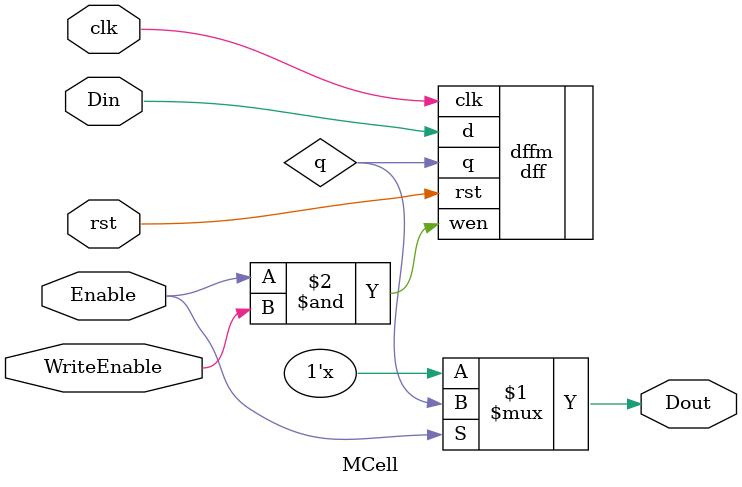
<source format=v>
/**
 *	Module is a meta-data tag array consisting of 64 sets. Each block will
 *	have 1 byte. Block enable signal will be one-hot. Also, Write enable signal
 *	is one on wirtes and zero on reads.
 */
module MetaDataArray(
	input clk,
	input rst,
	input [7:0] DataIn,
	input Write,
	input [63:0] BlockEnable,
	output [7:0] DataOut
);
	// Store 64 meta-data blocks (1 byte each)
	MBlock Mblk[63:0]( .clk(clk), .rst(rst), .Din(DataIn), .WriteEnable(Write), .Enable(BlockEnable), .Dout(DataOut));

endmodule

/**
 *	Module stores a full meta-data byte. 
 *	
 *	1 valid bit (V) + 1 LRU bit (L) + 6 tag bits (T).
 *
 *	MBlock = VLTT_TTTT
 */
module MBlock(
	input clk,
	input rst,
	input [7:0] Din,
	input WriteEnable,
	input Enable,
	output [7:0] Dout
);
	// Store a meta-data byte
	MCell mc[7:0]( .clk(clk), .rst(rst), .Din(Din[7:0]), .WriteEnable(WriteEnable), .Enable(Enable), .Dout(Dout[7:0]));

endmodule

/**
 *	Module stores one meta-data bit and controls reads and writes. When 
 *	meta-data cell is being written, the output is high-z. Otherwise, the 
 *	stored meta-data bit is driven out.
 */
module MCell(
	input clk,
	input rst,
	input Din,
	input WriteEnable,
	input Enable,
	output Dout
);
	// Hold meta-data bit flop output
	wire q;

	// When enabled, q goes to output, otherwise high-z
	assign Dout = Enable ? q : 1'bz;

	// Store meta-data bit in DFF
	dff dffm(.q(q), .d(Din), .wen(Enable & WriteEnable), .clk(clk), .rst(rst));

endmodule


</source>
